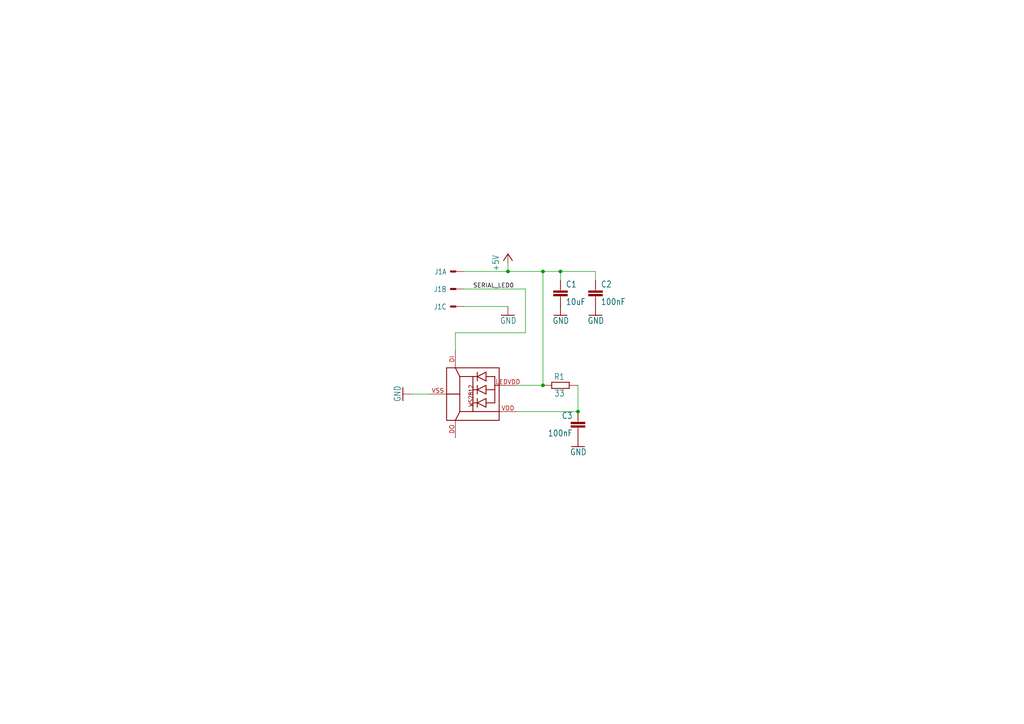
<source format=kicad_sch>
(kicad_sch (version 20211123) (generator eeschema)
  (paper "A4")
  (lib_symbols
    (symbol "rgb v2.0-eagle-import:+5V" (power)
      (property "Value" "+5V" (at -2.54 -5.08 90))
      (symbol "+5V_1_0"
        (polyline (pts (xy 0 0) (xy -1.27 -1.905)) (stroke (width 0.254)))
        (polyline (pts (xy 1.27 -1.905) (xy 0 0)) (stroke (width 0.254)))
        (pin power_in line (at 0 -2.54 90) (length 2.54) (name "+5V") (number "1"))
      )
    )
    (symbol "rgb v2.0-eagle-import:22-?-0305-7038"
      (property "Reference" "J" (at 2.54 -0.762 0))
      (symbol "22-?-0305-7038_1_0"
        (polyline (pts (xy 1.27 0) (xy 0 0)) (stroke (width 0.6096)))
        (pin passive line (at -2.54 0 0) (length 2.54) (name "S") (number "1"))
      )
      (symbol "22-?-0305-7038_2_0"
        (polyline (pts (xy 1.27 0) (xy 0 0)) (stroke (width 0.6096)))
        (pin passive line (at -2.54 0 0) (length 2.54) (name "S") (number "2"))
      )
      (symbol "22-?-0305-7038_3_0"
        (polyline (pts (xy 1.27 0) (xy 0 0)) (stroke (width 0.6096)))
        (pin passive line (at -2.54 0 0) (length 2.54) (name "S") (number "3"))
      )
    )
    (symbol "rgb v2.0-eagle-import:C-EUC0402"
      (property "Reference" "C" (at 1.524 0.381 0))
      (property "Value" "C-EUC0402" (at 1.524 -4.699 0))
      (symbol "C-EUC0402_1_0"
        (rectangle (start -2.032 -2.032) (end 2.032 -1.524) (fill (type outline)))
        (rectangle (start -2.032 -1.016) (end 2.032 -0.508) (fill (type outline)))
        (polyline (pts (xy 0 -2.54) (xy 0 -2.032)) (stroke (width 0.1524)))
        (polyline (pts (xy 0 0) (xy 0 -0.508)) (stroke (width 0.1524)))
        (pin passive line (at 0 2.54 270) (length 2.54) (name "1") (number "1"))
        (pin passive line (at 0 -5.08 90) (length 2.54) (name "2") (number "2"))
      )
    )
    (symbol "rgb v2.0-eagle-import:C-EUC0603"
      (property "Reference" "C" (at 1.524 0.381 0))
      (property "Value" "C-EUC0603" (at 1.524 -4.699 0))
      (symbol "C-EUC0603_1_0"
        (rectangle (start -2.032 -2.032) (end 2.032 -1.524) (fill (type outline)))
        (rectangle (start -2.032 -1.016) (end 2.032 -0.508) (fill (type outline)))
        (polyline (pts (xy 0 -2.54) (xy 0 -2.032)) (stroke (width 0.1524)))
        (polyline (pts (xy 0 0) (xy 0 -0.508)) (stroke (width 0.1524)))
        (pin passive line (at 0 2.54 270) (length 2.54) (name "1") (number "1"))
        (pin passive line (at 0 -5.08 90) (length 2.54) (name "2") (number "2"))
      )
    )
    (symbol "rgb v2.0-eagle-import:GND" (power)
      (property "Value" "GND" (at -2.54 -2.54 0))
      (symbol "GND_1_0"
        (polyline (pts (xy -1.905 0) (xy 1.905 0)) (stroke (width 0.254)))
        (pin power_in line (at 0 2.54 270) (length 2.54) (name "GND") (number "1"))
      )
    )
    (symbol "rgb v2.0-eagle-import:R-EU_R0402"
      (property "Reference" "R" (at -3.81 1.4986 0))
      (property "Value" "R-EU_R0402" (at -3.81 -3.302 0))
      (symbol "R-EU_R0402_1_0"
        (polyline (pts (xy -2.54 -0.889) (xy -2.54 0.889)) (stroke (width 0.254)))
        (polyline (pts (xy -2.54 -0.889) (xy 2.54 -0.889)) (stroke (width 0.254)))
        (polyline (pts (xy 2.54 -0.889) (xy 2.54 0.889)) (stroke (width 0.254)))
        (polyline (pts (xy 2.54 0.889) (xy -2.54 0.889)) (stroke (width 0.254)))
        (pin passive line (at -5.08 0 0) (length 2.54) (name "1") (number "1"))
        (pin passive line (at 5.08 0 180) (length 2.54) (name "2") (number "2"))
      )
    )
    (symbol "rgb v2.0-eagle-import:WS2812LARGER"
      (symbol "WS2812LARGER_1_0"
        (polyline (pts (xy -7.62 -7.62) (xy 0 -7.62)) (stroke (width 0.254)))
        (polyline (pts (xy -7.62 -5.08) (xy -7.62 -7.62)) (stroke (width 0.254)))
        (polyline (pts (xy -7.62 7.62) (xy -7.62 -5.08)) (stroke (width 0.254)))
        (polyline (pts (xy -6.35 1.27) (xy -5.08 1.27)) (stroke (width 0.254)))
        (polyline (pts (xy -6.35 3.81) (xy -5.08 3.81)) (stroke (width 0.254)))
        (polyline (pts (xy -5.08 -3.81) (xy -7.62 -5.08)) (stroke (width 0.254)))
        (polyline (pts (xy -5.08 -3.81) (xy 0 -3.81)) (stroke (width 0.254)))
        (polyline (pts (xy -5.08 0) (xy -5.08 -3.81)) (stroke (width 0.254)))
        (polyline (pts (xy -5.08 1.27) (xy -6.35 3.81)) (stroke (width 0.254)))
        (polyline (pts (xy -5.08 1.27) (xy -5.08 0)) (stroke (width 0.254)))
        (polyline (pts (xy -5.08 1.27) (xy -3.81 3.81)) (stroke (width 0.254)))
        (polyline (pts (xy -5.08 3.81) (xy -3.81 3.81)) (stroke (width 0.254)))
        (polyline (pts (xy -5.08 6.35) (xy -5.08 3.81)) (stroke (width 0.254)))
        (polyline (pts (xy -3.81 1.27) (xy -5.08 1.27)) (stroke (width 0.254)))
        (polyline (pts (xy -2.54 1.27) (xy -1.27 1.27)) (stroke (width 0.254)))
        (polyline (pts (xy -2.54 3.81) (xy 0 3.81)) (stroke (width 0.254)))
        (polyline (pts (xy -2.54 6.35) (xy -5.08 6.35)) (stroke (width 0.254)))
        (polyline (pts (xy -2.54 7.62) (xy -7.62 7.62)) (stroke (width 0.254)))
        (polyline (pts (xy -2.54 7.62) (xy -2.54 6.35)) (stroke (width 0.254)))
        (polyline (pts (xy -1.27 0) (xy -5.08 0)) (stroke (width 0.254)))
        (polyline (pts (xy -1.27 1.27) (xy -2.54 3.81)) (stroke (width 0.254)))
        (polyline (pts (xy -1.27 1.27) (xy -1.27 0)) (stroke (width 0.254)))
        (polyline (pts (xy -1.27 1.27) (xy 0 1.27)) (stroke (width 0.254)))
        (polyline (pts (xy -1.27 3.81) (xy -1.27 6.35)) (stroke (width 0.254)))
        (polyline (pts (xy -1.27 6.35) (xy -2.54 6.35)) (stroke (width 0.254)))
        (polyline (pts (xy 0 -7.62) (xy 7.62 -7.62)) (stroke (width 0.254)))
        (polyline (pts (xy 0 -3.81) (xy 0 -7.62)) (stroke (width 0.254)))
        (polyline (pts (xy 0 -3.81) (xy 5.08 -3.81)) (stroke (width 0.254)))
        (polyline (pts (xy 0 3.81) (xy -1.27 1.27)) (stroke (width 0.254)))
        (polyline (pts (xy 1.27 3.81) (xy 2.54 1.27)) (stroke (width 0.254)))
        (polyline (pts (xy 1.27 3.81) (xy 2.54 3.81)) (stroke (width 0.254)))
        (polyline (pts (xy 2.54 0) (xy -1.27 0)) (stroke (width 0.254)))
        (polyline (pts (xy 2.54 1.27) (xy 1.27 1.27)) (stroke (width 0.254)))
        (polyline (pts (xy 2.54 1.27) (xy 2.54 0)) (stroke (width 0.254)))
        (polyline (pts (xy 2.54 1.27) (xy 3.81 1.27)) (stroke (width 0.254)))
        (polyline (pts (xy 2.54 1.27) (xy 3.81 3.81)) (stroke (width 0.254)))
        (polyline (pts (xy 2.54 3.81) (xy 2.54 6.35)) (stroke (width 0.254)))
        (polyline (pts (xy 2.54 6.35) (xy -1.27 6.35)) (stroke (width 0.254)))
        (polyline (pts (xy 3.81 3.81) (xy 2.54 3.81)) (stroke (width 0.254)))
        (polyline (pts (xy 5.08 -3.81) (xy 5.08 0)) (stroke (width 0.254)))
        (polyline (pts (xy 5.08 -3.81) (xy 7.62 -5.08)) (stroke (width 0.254)))
        (polyline (pts (xy 5.08 0) (xy 2.54 0)) (stroke (width 0.254)))
        (polyline (pts (xy 5.08 7.62) (xy -2.54 7.62)) (stroke (width 0.254)))
        (polyline (pts (xy 5.08 7.62) (xy 5.08 0)) (stroke (width 0.254)))
        (polyline (pts (xy 7.62 -7.62) (xy 7.62 -5.08)) (stroke (width 0.254)))
        (polyline (pts (xy 7.62 -5.08) (xy 7.62 7.62)) (stroke (width 0.254)))
        (polyline (pts (xy 7.62 7.62) (xy 5.08 7.62)) (stroke (width 0.254)))
        (text "WS2812" (at 3.81 -1.27 0) (effects (font (size 1.27 1.0795)) (justify right top)))
        (pin input line (at -12.7 -5.08 0) (length 5.08) (name "DI") (number "DI"))
        (pin output line (at 12.7 -5.08 180) (length 5.08) (name "DO") (number "DO"))
        (pin power_in line (at -2.54 12.7 270) (length 5.08) (name "LEDVDD") (number "LEDVDD"))
        (pin power_in line (at 5.08 12.7 270) (length 5.08) (name "VDD") (number "VDD"))
        (pin power_in line (at 0 -12.7 90) (length 5.08) (name "GND") (number "VSS"))
      )
    )
  )
  (junction (at 157.48 78.74))
  (junction (at 162.56 78.74))
  (junction (at 157.48 111.76))
  (junction (at 147.32 78.74))
  (junction (at 167.64 119.38))
  (wire (pts (xy 134.62 78.74) (xy 147.32 78.74)))
  (wire (pts (xy 134.62 88.9) (xy 147.32 88.9)))
  (wire (pts (xy 162.56 78.74) (xy 172.72 78.74)))
  (wire (pts (xy 162.56 81.28) (xy 162.56 78.74)))
  (wire (pts (xy 152.4 83.82) (xy 152.4 96.52)))
  (wire (pts (xy 147.32 78.74) (xy 147.32 76.2)))
  (wire (pts (xy 119.38 114.3) (xy 124.46 114.3)))
  (wire (pts (xy 147.32 78.74) (xy 157.48 78.74)))
  (wire (pts (xy 157.48 78.74) (xy 162.56 78.74)))
  (wire (pts (xy 172.72 78.74) (xy 172.72 81.28)))
  (wire (pts (xy 157.48 111.76) (xy 149.86 111.76)))
  (wire (pts (xy 167.64 119.38) (xy 167.64 111.76)))
  (wire (pts (xy 157.48 111.76) (xy 157.48 78.74)))
  (wire (pts (xy 134.62 83.82) (xy 152.4 83.82)))
  (wire (pts (xy 149.86 119.38) (xy 167.64 119.38)))
  (wire (pts (xy 152.4 96.52) (xy 132.08 96.52)))
  (wire (pts (xy 132.08 101.6) (xy 132.08 96.52)))
  (label "SERIAL_LED0" (at 137.16 83.82 0) (effects (font (size 1.2446 1.2446))))
  (symbol (lib_id "rgb v2.0-eagle-import:GND") (at 147.32 91.44 0) (mirror y) (unit 1)
    (property "Reference" "#GND76" (effects hide))
    (property "Value" "GND" (at 149.86 93.98 0) (effects (font (size 1.778 1.5113)) (justify left bottom)))
    (property "Footprint" "rgb v2.0:" (effects hide))
  )
  (symbol (lib_id "rgb v2.0-eagle-import:GND") (at 167.64 129.54 0) (mirror y) (unit 1)
    (property "Reference" "#GND3" (effects hide))
    (property "Value" "GND" (at 170.18 132.08 0) (effects (font (size 1.778 1.5113)) (justify left bottom)))
    (property "Footprint" "rgb v2.0:" (effects hide))
  )
  (symbol (lib_id "rgb v2.0-eagle-import:GND") (at 162.56 91.44 0) (mirror y) (unit 1)
    (property "Reference" "#GND1" (effects hide))
    (property "Value" "GND" (at 165.1 93.98 0) (effects (font (size 1.778 1.5113)) (justify left bottom)))
    (property "Footprint" "rgb v2.0:" (effects hide))
  )
  (symbol (lib_id "rgb v2.0-eagle-import:GND") (at 116.84 114.3 270) (unit 1)
    (property "Reference" "#GND37" (effects hide))
    (property "Value" "GND" (at 114.3 111.76 0) (effects (font (size 1.778 1.5113)) (justify left bottom)))
    (property "Footprint" "rgb v2.0:" (effects hide))
  )
  (symbol (lib_id "rgb v2.0-eagle-import:C-EUC0603") (at 162.56 83.82 0)
    (property "Reference" "C1" (at 164.084 83.439 0) (effects (font (size 1.778 1.5113)) (justify left bottom)))
    (property "Value" "10uF" (at 164.084 88.519 0) (effects (font (size 1.778 1.5113)) (justify left bottom)))
    (property "Footprint" "rgb v2.0:C0603" (effects hide))
  )
  (symbol (lib_id "rgb v2.0-eagle-import:C-EUC0402") (at 167.64 121.92 0) (mirror y)
    (property "Reference" "C3" (at 166.116 121.539 0) (effects (font (size 1.778 1.5113)) (justify left bottom)))
    (property "Value" "100nF" (at 166.116 126.619 0) (effects (font (size 1.778 1.5113)) (justify left bottom)))
    (property "Footprint" "rgb v2.0:C0402" (effects hide))
  )
  (symbol (lib_id "rgb v2.0-eagle-import:22-?-0305-7038") (at 132.08 83.82 180)
    (property "Reference" "J1" (at 129.54 83.058 0) (effects (font (size 1.524 1.2954)) (justify left bottom)))
    (property "Value" "22-?-0305-7038" (effects hide))
    (property "Footprint" "rgb v2.0:7395-03" (effects hide))
  )
  (symbol (lib_id "rgb v2.0-eagle-import:22-?-0305-7038") (at 132.08 88.9 180)
    (property "Reference" "J1" (at 129.54 88.138 0) (effects (font (size 1.524 1.2954)) (justify left bottom)))
    (property "Value" "22-?-0305-7038" (effects hide))
    (property "Footprint" "rgb v2.0:7395-03" (effects hide))
  )
  (symbol (lib_id "rgb v2.0-eagle-import:R-EU_R0402") (at 162.56 111.76 0) (mirror y)
    (property "Reference" "R1" (at 163.83 110.2614 0) (effects (font (size 1.778 1.5113)) (justify left bottom)))
    (property "Value" "33" (at 163.83 115.062 0) (effects (font (size 1.778 1.5113)) (justify left bottom)))
    (property "Footprint" "rgb v2.0:R0402" (effects hide))
  )
  (symbol (lib_id "rgb v2.0-eagle-import:WS2812LARGER") (at 137.16 114.3 270)
    (property "Reference" "LED1" (effects hide))
    (property "Value" "WS2812LARGER" (effects hide))
    (property "Footprint" "rgb v2.0:WS2812_LARGER" (effects hide))
  )
  (symbol (lib_id "rgb v2.0-eagle-import:+5V") (at 147.32 73.66 0) (unit 1)
    (property "Reference" "#P+28" (effects hide))
    (property "Value" "+5V" (at 144.78 78.74 90) (effects (font (size 1.778 1.5113)) (justify left bottom)))
    (property "Footprint" "rgb v2.0:" (effects hide))
  )
  (symbol (lib_id "rgb v2.0-eagle-import:GND") (at 172.72 91.44 0) (mirror y) (unit 1)
    (property "Reference" "#GND2" (effects hide))
    (property "Value" "GND" (at 175.26 93.98 0) (effects (font (size 1.778 1.5113)) (justify left bottom)))
    (property "Footprint" "rgb v2.0:" (effects hide))
  )
  (symbol (lib_id "rgb v2.0-eagle-import:C-EUC0402") (at 172.72 83.82 0)
    (property "Reference" "C2" (at 174.244 83.439 0) (effects (font (size 1.778 1.5113)) (justify left bottom)))
    (property "Value" "100nF" (at 174.244 88.519 0) (effects (font (size 1.778 1.5113)) (justify left bottom)))
    (property "Footprint" "rgb v2.0:C0402" (effects hide))
  )
  (symbol (lib_id "rgb v2.0-eagle-import:22-?-0305-7038") (at 132.08 78.74 180)
    (property "Reference" "J1" (at 129.54 77.978 0) (effects (font (size 1.524 1.2954)) (justify left bottom)))
    (property "Value" "22-?-0305-7038" (effects hide))
    (property "Footprint" "rgb v2.0:7395-03" (effects hide))
  )
)
</source>
